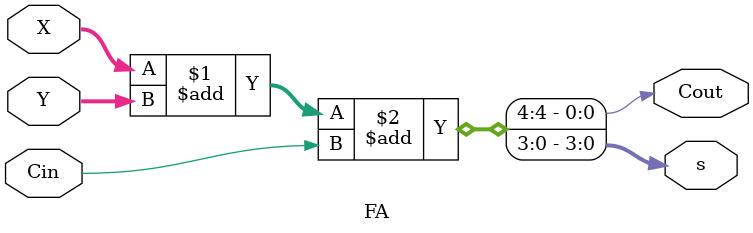
<source format=v>
module FA(input[3:0] X, input [3:0] Y, input Cin, output Cout, output [3:0] s);
assign {Cout, s} = X + Y + Cin;
endmodule
</source>
